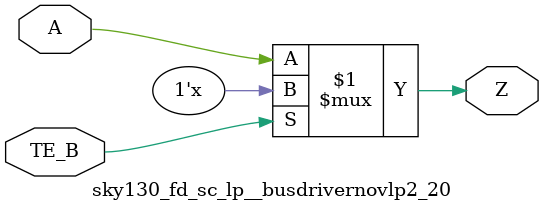
<source format=v>
/*
 * Copyright 2020 The SkyWater PDK Authors
 *
 * Licensed under the Apache License, Version 2.0 (the "License");
 * you may not use this file except in compliance with the License.
 * You may obtain a copy of the License at
 *
 *     https://www.apache.org/licenses/LICENSE-2.0
 *
 * Unless required by applicable law or agreed to in writing, software
 * distributed under the License is distributed on an "AS IS" BASIS,
 * WITHOUT WARRANTIES OR CONDITIONS OF ANY KIND, either express or implied.
 * See the License for the specific language governing permissions and
 * limitations under the License.
 *
 * SPDX-License-Identifier: Apache-2.0
*/


`ifndef SKY130_FD_SC_LP__BUSDRIVERNOVLP2_20_FUNCTIONAL_V
`define SKY130_FD_SC_LP__BUSDRIVERNOVLP2_20_FUNCTIONAL_V

/**
 * busdrivernovlp2: Bus driver, enable gates pulldown only (pmos
 *                  devices).
 *
 * Verilog simulation functional model.
 */

`timescale 1ns / 1ps
`default_nettype none

`celldefine
module sky130_fd_sc_lp__busdrivernovlp2_20 (
    Z   ,
    A   ,
    TE_B
);

    // Module ports
    output Z   ;
    input  A   ;
    input  TE_B;

    //     Name     Output  Other arguments
    bufif0 bufif00 (Z     , A, TE_B        );

endmodule
`endcelldefine

`default_nettype wire
`endif  // SKY130_FD_SC_LP__BUSDRIVERNOVLP2_20_FUNCTIONAL_V

</source>
